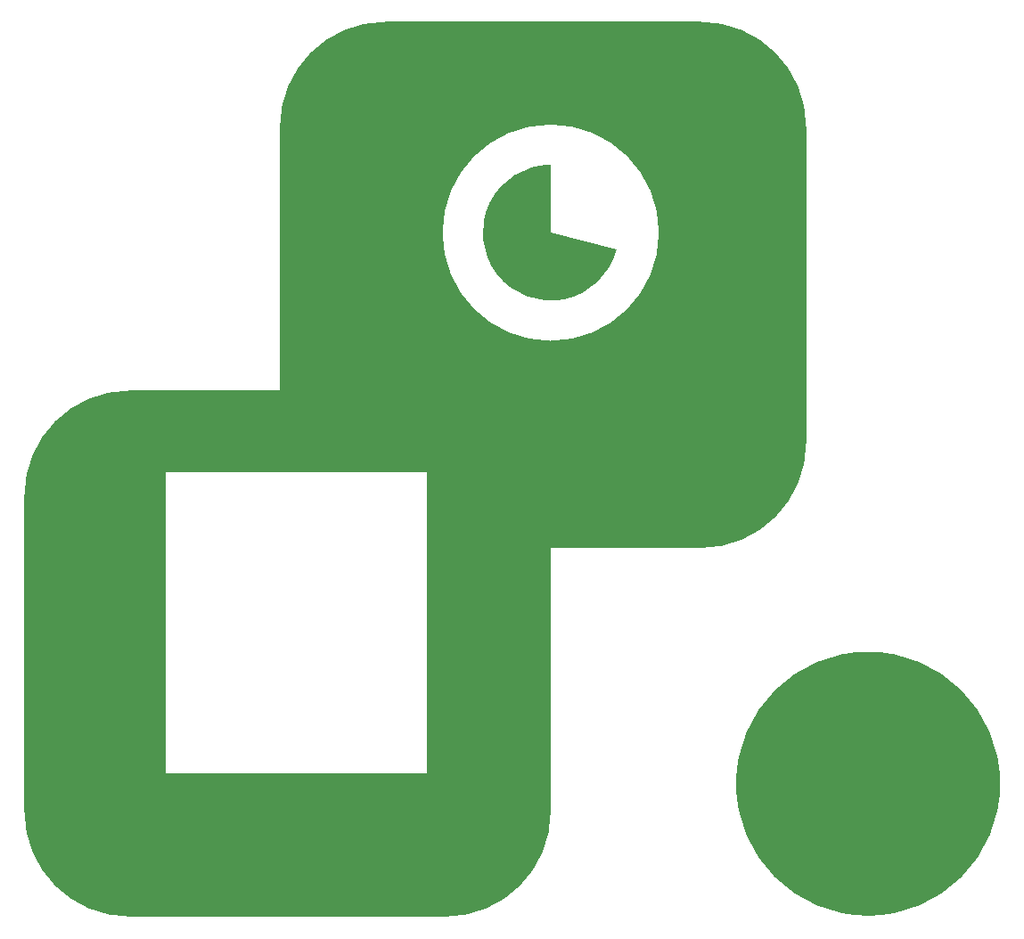
<source format=gtl>
From d0f836ecfadacbaea20fc6a3ceebd455e96e1307 Mon Sep 17 00:00:00 2001
From: jaseg <git@jaseg.de>
Date: Sun, 13 Jun 2021 20:33:19 +0200
Subject: Port old pcb-tools-extension unit tests to pytest

---
 .../tests/panelize/expects/dxf_save_fill.gtl       | 84 ++++++++++++++++++++++
 1 file changed, 84 insertions(+)
 create mode 100644 gerbonara/gerber/tests/panelize/expects/dxf_save_fill.gtl

(limited to 'gerbonara/gerber/tests/panelize/expects/dxf_save_fill.gtl')

diff --git a/gerbonara/gerber/tests/panelize/expects/dxf_save_fill.gtl b/gerbonara/gerber/tests/panelize/expects/dxf_save_fill.gtl
new file mode 100644
index 0000000..4b82fb2
--- /dev/null
+++ b/gerbonara/gerber/tests/panelize/expects/dxf_save_fill.gtl
@@ -0,0 +1,84 @@
+%MOMM*%
+%FSLAX34Y34*%
+%IPPOS*%
+%ADD10C,0*%
+G75*
+%LPD*%
+D10*
+G36*
+G01*
+X400000Y0D02*
+G75*
+G01*
+X100000Y0D01*
+G02*
+X0Y100000I0J100000D01*
+G01*
+X0Y400000D01*
+G02*
+X100000Y500000I100000J0D01*
+G01*
+X400000Y500000D01*
+G02*
+X500000Y400000I0J-100000D01*
+G01*
+X500000Y100000D01*
+G02*
+X400000Y0I-100000J0D01*
+G01*
+X742704Y750394D02*
+G75*
+G01*
+X742704Y450394D01*
+G02*
+X642704Y350394I-100000J0D01*
+G01*
+X342704Y350394D01*
+G02*
+X242704Y450394I0J100000D01*
+G01*
+X242704Y750394D01*
+G02*
+X342704Y850394I100000J0D01*
+G01*
+X642704Y850394D01*
+G02*
+X742704Y750394I0J-100000D01*
+G01*
+X927009Y126316D02*
+G75*
+G03*
+X927009Y126316I-125463J0D01*
+G37*
+%LPC*%
+G36*
+G01*
+X382038Y422062D02*
+G75*
+G01*
+X134512Y422062D01*
+G01*
+X134512Y135960D01*
+G01*
+X382038Y135960D01*
+G01*
+X382038Y422062D01*
+G01*
+X602773Y650000D02*
+G75*
+G03*
+X602773Y650000I-102773J0D01*
+G37*
+%LPD*%
+G36*
+G01*
+X500000Y650000D02*
+G75*
+G01*
+X500000Y714592D01*
+G03*
+X562602Y634088I0J-64592D01*
+G01*
+X500000Y650000D01*
+G37*
+M02*
-- 
cgit 


</source>
